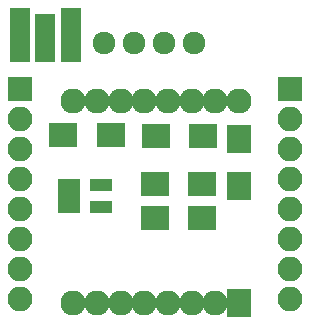
<source format=gts>
G04 #@! TF.FileFunction,Soldermask,Top*
%FSLAX46Y46*%
G04 Gerber Fmt 4.6, Leading zero omitted, Abs format (unit mm)*
G04 Created by KiCad (PCBNEW 4.0.4-stable) date 03/17/17 15:09:56*
%MOMM*%
%LPD*%
G01*
G04 APERTURE LIST*
%ADD10C,0.100000*%
%ADD11R,1.670000X4.591000*%
%ADD12R,1.670000X4.083000*%
%ADD13R,2.400000X2.000000*%
%ADD14R,2.100000X2.100000*%
%ADD15O,2.100000X2.100000*%
%ADD16R,1.960000X1.050000*%
%ADD17C,1.924000*%
%ADD18R,2.100000X2.400000*%
%ADD19R,2.127200X2.400000*%
%ADD20C,2.127200*%
G04 APERTURE END LIST*
D10*
D11*
X124472700Y-84315300D03*
X128765300Y-84315300D03*
D12*
X126619000Y-84569300D03*
D11*
X124472700Y-84315300D03*
X128765300Y-84315300D03*
D13*
X128149600Y-92811600D03*
X132149600Y-92811600D03*
X135871200Y-99847400D03*
X139871200Y-99847400D03*
X135871200Y-96951800D03*
X139871200Y-96951800D03*
X135972800Y-92913200D03*
X139972800Y-92913200D03*
D14*
X147320000Y-88900000D03*
D15*
X147320000Y-91440000D03*
X147320000Y-93980000D03*
X147320000Y-96520000D03*
X147320000Y-99060000D03*
X147320000Y-101600000D03*
X147320000Y-104140000D03*
X147320000Y-106680000D03*
D14*
X124460000Y-88900000D03*
D15*
X124460000Y-91440000D03*
X124460000Y-93980000D03*
X124460000Y-96520000D03*
X124460000Y-99060000D03*
X124460000Y-101600000D03*
X124460000Y-104140000D03*
X124460000Y-106680000D03*
D16*
X128621800Y-97017800D03*
X128621800Y-97967800D03*
X128621800Y-98917800D03*
X131321800Y-98917800D03*
X131321800Y-97017800D03*
D17*
X131572000Y-84988400D03*
X134112000Y-84988400D03*
X136652000Y-84988400D03*
X139192000Y-84988400D03*
D18*
X143002000Y-93148400D03*
X143002000Y-97148400D03*
D19*
X143002000Y-107034000D03*
D20*
X141002000Y-107034000D03*
X139002000Y-107034000D03*
X137002000Y-107034000D03*
X135002000Y-107034000D03*
X133002000Y-107034000D03*
X131002000Y-107034000D03*
X129002000Y-107034000D03*
X129002000Y-89934000D03*
X131002000Y-89934000D03*
X133002000Y-89934000D03*
X135002000Y-89934000D03*
X137002000Y-89934000D03*
X139002000Y-89934000D03*
X141002000Y-89934000D03*
X143002000Y-89934000D03*
M02*

</source>
